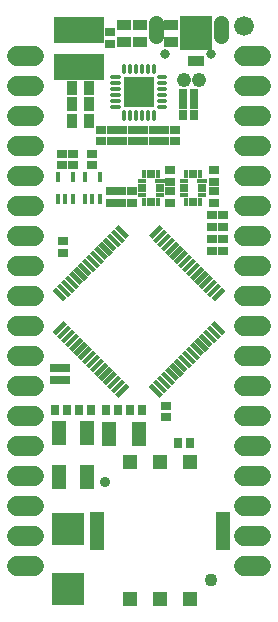
<source format=gbs>
G75*
%MOIN*%
%OFA0B0*%
%FSLAX25Y25*%
%IPPOS*%
%LPD*%
%AMOC8*
5,1,8,0,0,1.08239X$1,22.5*
%
%ADD10R,0.03200X0.02600*%
%ADD11C,0.03162*%
%ADD12C,0.05131*%
%ADD13C,0.06600*%
%ADD14R,0.04737X0.05131*%
%ADD15R,0.04737X0.12611*%
%ADD16C,0.03556*%
%ADD17C,0.04343*%
%ADD18R,0.10643X0.10839*%
%ADD19R,0.01772X0.03543*%
%ADD20R,0.02600X0.03200*%
%ADD21R,0.02953X0.01181*%
%ADD22R,0.01181X0.02953*%
%ADD23R,0.03346X0.01181*%
%ADD24R,0.05131X0.08280*%
%ADD25R,0.01575X0.05118*%
%ADD26C,0.01457*%
%ADD27R,0.10236X0.10236*%
%ADD28R,0.10800X0.11300*%
%ADD29R,0.05800X0.03800*%
%ADD30R,0.16548X0.08674*%
%ADD31R,0.04900X0.03600*%
%ADD32R,0.03600X0.04900*%
%ADD33C,0.04762*%
%ADD34C,0.06600*%
D10*
X0086663Y0069100D03*
X0086663Y0072900D03*
X0053163Y0081600D03*
X0049663Y0081600D03*
X0049663Y0085400D03*
X0053163Y0085400D03*
X0052363Y0123900D03*
X0052363Y0127700D03*
X0068263Y0140600D03*
X0071763Y0140600D03*
X0075263Y0140600D03*
X0075263Y0144400D03*
X0071763Y0144400D03*
X0068263Y0144400D03*
X0062163Y0153100D03*
X0055663Y0153100D03*
X0052163Y0153100D03*
X0052163Y0156900D03*
X0055663Y0156900D03*
X0062163Y0156900D03*
X0065163Y0161100D03*
X0068663Y0161100D03*
X0072163Y0161100D03*
X0075663Y0161100D03*
X0079163Y0161100D03*
X0082663Y0161100D03*
X0086163Y0161100D03*
X0089663Y0161100D03*
X0089663Y0164900D03*
X0086163Y0164900D03*
X0082663Y0164900D03*
X0079163Y0164900D03*
X0075663Y0164900D03*
X0072163Y0164900D03*
X0068663Y0164900D03*
X0065163Y0164900D03*
X0088163Y0151400D03*
X0088163Y0147600D03*
X0088163Y0144400D03*
X0088163Y0140600D03*
X0102663Y0140600D03*
X0102663Y0144400D03*
X0102663Y0147600D03*
X0102663Y0151400D03*
X0102163Y0136400D03*
X0105663Y0136400D03*
X0105663Y0132600D03*
X0102163Y0132600D03*
X0102163Y0128400D03*
X0105663Y0128400D03*
X0105663Y0124600D03*
X0102163Y0124600D03*
X0068163Y0193600D03*
X0068163Y0197400D03*
D11*
X0086486Y0190232D03*
X0101841Y0190232D03*
D12*
X0105089Y0196335D02*
X0105089Y0200665D01*
X0083238Y0200665D02*
X0083238Y0196335D01*
D13*
X0042663Y0019500D02*
X0036863Y0019500D01*
X0036863Y0029500D02*
X0042663Y0029500D01*
X0042663Y0039500D02*
X0036863Y0039500D01*
X0036863Y0049500D02*
X0042663Y0049500D01*
X0042663Y0059500D02*
X0036863Y0059500D01*
X0036863Y0069500D02*
X0042663Y0069500D01*
X0042663Y0079500D02*
X0036863Y0079500D01*
X0036863Y0089500D02*
X0042663Y0089500D01*
X0042663Y0099500D02*
X0036863Y0099500D01*
X0036863Y0109500D02*
X0042663Y0109500D01*
X0042663Y0119500D02*
X0036863Y0119500D01*
X0036863Y0129500D02*
X0042663Y0129500D01*
X0042663Y0139500D02*
X0036863Y0139500D01*
X0036863Y0149500D02*
X0042663Y0149500D01*
X0042663Y0159500D02*
X0036863Y0159500D01*
X0036863Y0169500D02*
X0042663Y0169500D01*
X0042663Y0179500D02*
X0036863Y0179500D01*
X0036863Y0189500D02*
X0042663Y0189500D01*
X0112663Y0189500D02*
X0118463Y0189500D01*
X0118463Y0179500D02*
X0112663Y0179500D01*
X0112663Y0169500D02*
X0118463Y0169500D01*
X0118463Y0159500D02*
X0112663Y0159500D01*
X0112663Y0149500D02*
X0118463Y0149500D01*
X0118463Y0139500D02*
X0112663Y0139500D01*
X0112663Y0129500D02*
X0118463Y0129500D01*
X0118463Y0119500D02*
X0112663Y0119500D01*
X0112663Y0109500D02*
X0118463Y0109500D01*
X0118463Y0099500D02*
X0112663Y0099500D01*
X0112663Y0089500D02*
X0118463Y0089500D01*
X0118463Y0079500D02*
X0112663Y0079500D01*
X0112663Y0069500D02*
X0118463Y0069500D01*
X0118463Y0059500D02*
X0112663Y0059500D01*
X0112663Y0049500D02*
X0118463Y0049500D01*
X0118463Y0039500D02*
X0112663Y0039500D01*
X0112663Y0029500D02*
X0118463Y0029500D01*
X0118463Y0019500D02*
X0112663Y0019500D01*
D14*
X0094663Y0008365D03*
X0084663Y0008365D03*
X0074663Y0008365D03*
X0074663Y0054035D03*
X0084663Y0054035D03*
X0094663Y0054035D03*
D15*
X0105530Y0031200D03*
X0063797Y0031200D03*
D16*
X0066356Y0047539D03*
D17*
X0101789Y0014861D03*
D18*
X0054163Y0011959D03*
X0054163Y0031841D03*
D19*
X0053163Y0141760D03*
X0050604Y0141760D03*
X0055723Y0141760D03*
X0059604Y0141760D03*
X0062163Y0141760D03*
X0064723Y0141760D03*
X0064723Y0149240D03*
X0059604Y0149240D03*
X0055723Y0149240D03*
X0050604Y0149240D03*
D20*
X0092263Y0170000D03*
X0092263Y0173500D03*
X0096063Y0173500D03*
X0096063Y0170000D03*
X0096063Y0177000D03*
X0092263Y0177000D03*
X0078563Y0071500D03*
X0074763Y0071500D03*
X0070563Y0071500D03*
X0066763Y0071500D03*
X0061563Y0071500D03*
X0057763Y0071500D03*
X0053563Y0071500D03*
X0049763Y0071500D03*
X0090763Y0060500D03*
X0094563Y0060500D03*
D21*
X0092593Y0143138D03*
X0092593Y0144713D03*
X0092593Y0146287D03*
X0092593Y0147862D03*
X0098734Y0146287D03*
X0098734Y0144713D03*
X0098734Y0143138D03*
X0084734Y0143138D03*
X0084734Y0144713D03*
X0084734Y0146287D03*
X0078593Y0146287D03*
X0078593Y0144713D03*
X0078593Y0143138D03*
X0078593Y0147862D03*
D22*
X0079301Y0150146D03*
X0080876Y0150146D03*
X0082451Y0150146D03*
X0084026Y0150146D03*
X0093301Y0150146D03*
X0094876Y0150146D03*
X0096451Y0150146D03*
X0098026Y0150146D03*
X0098026Y0140854D03*
X0096451Y0140854D03*
X0094876Y0140854D03*
X0093301Y0140854D03*
X0084026Y0140854D03*
X0082451Y0140854D03*
X0080876Y0140854D03*
X0079301Y0140854D03*
D23*
X0084537Y0147862D03*
X0098537Y0147862D03*
D24*
X0077585Y0063500D03*
X0067742Y0063500D03*
X0060191Y0063783D03*
X0051136Y0063783D03*
X0051136Y0049217D03*
X0060191Y0049217D03*
D25*
G36*
X0070844Y0075688D02*
X0069731Y0076801D01*
X0073348Y0080418D01*
X0074461Y0079305D01*
X0070844Y0075688D01*
G37*
G36*
X0069452Y0077080D02*
X0068339Y0078193D01*
X0071956Y0081810D01*
X0073069Y0080697D01*
X0069452Y0077080D01*
G37*
G36*
X0068060Y0078472D02*
X0066947Y0079585D01*
X0070564Y0083202D01*
X0071677Y0082089D01*
X0068060Y0078472D01*
G37*
G36*
X0066668Y0079864D02*
X0065555Y0080977D01*
X0069172Y0084594D01*
X0070285Y0083481D01*
X0066668Y0079864D01*
G37*
G36*
X0065276Y0081256D02*
X0064163Y0082369D01*
X0067780Y0085986D01*
X0068893Y0084873D01*
X0065276Y0081256D01*
G37*
G36*
X0063884Y0082648D02*
X0062771Y0083761D01*
X0066388Y0087378D01*
X0067501Y0086265D01*
X0063884Y0082648D01*
G37*
G36*
X0062492Y0084040D02*
X0061379Y0085153D01*
X0064996Y0088770D01*
X0066109Y0087657D01*
X0062492Y0084040D01*
G37*
G36*
X0061100Y0085432D02*
X0059987Y0086545D01*
X0063604Y0090162D01*
X0064717Y0089049D01*
X0061100Y0085432D01*
G37*
G36*
X0059708Y0086824D02*
X0058595Y0087937D01*
X0062212Y0091554D01*
X0063325Y0090441D01*
X0059708Y0086824D01*
G37*
G36*
X0058316Y0088216D02*
X0057203Y0089329D01*
X0060820Y0092946D01*
X0061933Y0091833D01*
X0058316Y0088216D01*
G37*
G36*
X0056924Y0089608D02*
X0055811Y0090721D01*
X0059428Y0094338D01*
X0060541Y0093225D01*
X0056924Y0089608D01*
G37*
G36*
X0055532Y0090999D02*
X0054419Y0092112D01*
X0058036Y0095729D01*
X0059149Y0094616D01*
X0055532Y0090999D01*
G37*
G36*
X0054140Y0092391D02*
X0053027Y0093504D01*
X0056644Y0097121D01*
X0057757Y0096008D01*
X0054140Y0092391D01*
G37*
G36*
X0052748Y0093783D02*
X0051635Y0094896D01*
X0055252Y0098513D01*
X0056365Y0097400D01*
X0052748Y0093783D01*
G37*
G36*
X0051357Y0095175D02*
X0050244Y0096288D01*
X0053861Y0099905D01*
X0054974Y0098792D01*
X0051357Y0095175D01*
G37*
G36*
X0049965Y0096567D02*
X0048852Y0097680D01*
X0052469Y0101297D01*
X0053582Y0100184D01*
X0049965Y0096567D01*
G37*
G36*
X0053582Y0108816D02*
X0052469Y0107703D01*
X0048852Y0111320D01*
X0049965Y0112433D01*
X0053582Y0108816D01*
G37*
G36*
X0054974Y0110208D02*
X0053861Y0109095D01*
X0050244Y0112712D01*
X0051357Y0113825D01*
X0054974Y0110208D01*
G37*
G36*
X0056365Y0111600D02*
X0055252Y0110487D01*
X0051635Y0114104D01*
X0052748Y0115217D01*
X0056365Y0111600D01*
G37*
G36*
X0057757Y0112992D02*
X0056644Y0111879D01*
X0053027Y0115496D01*
X0054140Y0116609D01*
X0057757Y0112992D01*
G37*
G36*
X0059149Y0114384D02*
X0058036Y0113271D01*
X0054419Y0116888D01*
X0055532Y0118001D01*
X0059149Y0114384D01*
G37*
G36*
X0060541Y0115775D02*
X0059428Y0114662D01*
X0055811Y0118279D01*
X0056924Y0119392D01*
X0060541Y0115775D01*
G37*
G36*
X0061933Y0117167D02*
X0060820Y0116054D01*
X0057203Y0119671D01*
X0058316Y0120784D01*
X0061933Y0117167D01*
G37*
G36*
X0063325Y0118559D02*
X0062212Y0117446D01*
X0058595Y0121063D01*
X0059708Y0122176D01*
X0063325Y0118559D01*
G37*
G36*
X0064717Y0119951D02*
X0063604Y0118838D01*
X0059987Y0122455D01*
X0061100Y0123568D01*
X0064717Y0119951D01*
G37*
G36*
X0066109Y0121343D02*
X0064996Y0120230D01*
X0061379Y0123847D01*
X0062492Y0124960D01*
X0066109Y0121343D01*
G37*
G36*
X0067501Y0122735D02*
X0066388Y0121622D01*
X0062771Y0125239D01*
X0063884Y0126352D01*
X0067501Y0122735D01*
G37*
G36*
X0068893Y0124127D02*
X0067780Y0123014D01*
X0064163Y0126631D01*
X0065276Y0127744D01*
X0068893Y0124127D01*
G37*
G36*
X0070285Y0125519D02*
X0069172Y0124406D01*
X0065555Y0128023D01*
X0066668Y0129136D01*
X0070285Y0125519D01*
G37*
G36*
X0071677Y0126911D02*
X0070564Y0125798D01*
X0066947Y0129415D01*
X0068060Y0130528D01*
X0071677Y0126911D01*
G37*
G36*
X0073069Y0128303D02*
X0071956Y0127190D01*
X0068339Y0130807D01*
X0069452Y0131920D01*
X0073069Y0128303D01*
G37*
G36*
X0074461Y0129695D02*
X0073348Y0128582D01*
X0069731Y0132199D01*
X0070844Y0133312D01*
X0074461Y0129695D01*
G37*
G36*
X0081979Y0128582D02*
X0080866Y0129695D01*
X0084483Y0133312D01*
X0085596Y0132199D01*
X0081979Y0128582D01*
G37*
G36*
X0083371Y0127190D02*
X0082258Y0128303D01*
X0085875Y0131920D01*
X0086988Y0130807D01*
X0083371Y0127190D01*
G37*
G36*
X0084763Y0125798D02*
X0083650Y0126911D01*
X0087267Y0130528D01*
X0088380Y0129415D01*
X0084763Y0125798D01*
G37*
G36*
X0086155Y0124406D02*
X0085042Y0125519D01*
X0088659Y0129136D01*
X0089772Y0128023D01*
X0086155Y0124406D01*
G37*
G36*
X0087547Y0123014D02*
X0086434Y0124127D01*
X0090051Y0127744D01*
X0091164Y0126631D01*
X0087547Y0123014D01*
G37*
G36*
X0088939Y0121622D02*
X0087826Y0122735D01*
X0091443Y0126352D01*
X0092556Y0125239D01*
X0088939Y0121622D01*
G37*
G36*
X0090331Y0120230D02*
X0089218Y0121343D01*
X0092835Y0124960D01*
X0093948Y0123847D01*
X0090331Y0120230D01*
G37*
G36*
X0091723Y0118838D02*
X0090610Y0119951D01*
X0094227Y0123568D01*
X0095340Y0122455D01*
X0091723Y0118838D01*
G37*
G36*
X0093115Y0117446D02*
X0092002Y0118559D01*
X0095619Y0122176D01*
X0096732Y0121063D01*
X0093115Y0117446D01*
G37*
G36*
X0094507Y0116054D02*
X0093394Y0117167D01*
X0097011Y0120784D01*
X0098124Y0119671D01*
X0094507Y0116054D01*
G37*
G36*
X0095899Y0114662D02*
X0094786Y0115775D01*
X0098403Y0119392D01*
X0099516Y0118279D01*
X0095899Y0114662D01*
G37*
G36*
X0097291Y0113271D02*
X0096178Y0114384D01*
X0099795Y0118001D01*
X0100908Y0116888D01*
X0097291Y0113271D01*
G37*
G36*
X0098683Y0111879D02*
X0097570Y0112992D01*
X0101187Y0116609D01*
X0102300Y0115496D01*
X0098683Y0111879D01*
G37*
G36*
X0100075Y0110487D02*
X0098962Y0111600D01*
X0102579Y0115217D01*
X0103692Y0114104D01*
X0100075Y0110487D01*
G37*
G36*
X0101466Y0109095D02*
X0100353Y0110208D01*
X0103970Y0113825D01*
X0105083Y0112712D01*
X0101466Y0109095D01*
G37*
G36*
X0102858Y0107703D02*
X0101745Y0108816D01*
X0105362Y0112433D01*
X0106475Y0111320D01*
X0102858Y0107703D01*
G37*
G36*
X0106475Y0097680D02*
X0105362Y0096567D01*
X0101745Y0100184D01*
X0102858Y0101297D01*
X0106475Y0097680D01*
G37*
G36*
X0105083Y0096288D02*
X0103970Y0095175D01*
X0100353Y0098792D01*
X0101466Y0099905D01*
X0105083Y0096288D01*
G37*
G36*
X0103692Y0094896D02*
X0102579Y0093783D01*
X0098962Y0097400D01*
X0100075Y0098513D01*
X0103692Y0094896D01*
G37*
G36*
X0102300Y0093504D02*
X0101187Y0092391D01*
X0097570Y0096008D01*
X0098683Y0097121D01*
X0102300Y0093504D01*
G37*
G36*
X0100908Y0092112D02*
X0099795Y0090999D01*
X0096178Y0094616D01*
X0097291Y0095729D01*
X0100908Y0092112D01*
G37*
G36*
X0099516Y0090721D02*
X0098403Y0089608D01*
X0094786Y0093225D01*
X0095899Y0094338D01*
X0099516Y0090721D01*
G37*
G36*
X0098124Y0089329D02*
X0097011Y0088216D01*
X0093394Y0091833D01*
X0094507Y0092946D01*
X0098124Y0089329D01*
G37*
G36*
X0096732Y0087937D02*
X0095619Y0086824D01*
X0092002Y0090441D01*
X0093115Y0091554D01*
X0096732Y0087937D01*
G37*
G36*
X0095340Y0086545D02*
X0094227Y0085432D01*
X0090610Y0089049D01*
X0091723Y0090162D01*
X0095340Y0086545D01*
G37*
G36*
X0093948Y0085153D02*
X0092835Y0084040D01*
X0089218Y0087657D01*
X0090331Y0088770D01*
X0093948Y0085153D01*
G37*
G36*
X0092556Y0083761D02*
X0091443Y0082648D01*
X0087826Y0086265D01*
X0088939Y0087378D01*
X0092556Y0083761D01*
G37*
G36*
X0091164Y0082369D02*
X0090051Y0081256D01*
X0086434Y0084873D01*
X0087547Y0085986D01*
X0091164Y0082369D01*
G37*
G36*
X0089772Y0080977D02*
X0088659Y0079864D01*
X0085042Y0083481D01*
X0086155Y0084594D01*
X0089772Y0080977D01*
G37*
G36*
X0088380Y0079585D02*
X0087267Y0078472D01*
X0083650Y0082089D01*
X0084763Y0083202D01*
X0088380Y0079585D01*
G37*
G36*
X0086988Y0078193D02*
X0085875Y0077080D01*
X0082258Y0080697D01*
X0083371Y0081810D01*
X0086988Y0078193D01*
G37*
G36*
X0085596Y0076801D02*
X0084483Y0075688D01*
X0080866Y0079305D01*
X0081979Y0080418D01*
X0085596Y0076801D01*
G37*
D26*
X0082585Y0168642D02*
X0082585Y0170807D01*
X0080616Y0170807D02*
X0080616Y0168642D01*
X0078648Y0168642D02*
X0078648Y0170807D01*
X0076679Y0170807D02*
X0076679Y0168642D01*
X0074711Y0168642D02*
X0074711Y0170807D01*
X0072742Y0170807D02*
X0072742Y0168642D01*
X0070971Y0172579D02*
X0068805Y0172579D01*
X0068805Y0174547D02*
X0070971Y0174547D01*
X0070971Y0176516D02*
X0068805Y0176516D01*
X0068805Y0178484D02*
X0070971Y0178484D01*
X0070971Y0180453D02*
X0068805Y0180453D01*
X0068805Y0182421D02*
X0070971Y0182421D01*
X0072742Y0184193D02*
X0072742Y0186358D01*
X0074711Y0186358D02*
X0074711Y0184193D01*
X0076679Y0184193D02*
X0076679Y0186358D01*
X0078648Y0186358D02*
X0078648Y0184193D01*
X0080616Y0184193D02*
X0080616Y0186358D01*
X0082585Y0186358D02*
X0082585Y0184193D01*
X0084356Y0182421D02*
X0086522Y0182421D01*
X0086522Y0180453D02*
X0084356Y0180453D01*
X0084356Y0178484D02*
X0086522Y0178484D01*
X0086522Y0176516D02*
X0084356Y0176516D01*
X0084356Y0174547D02*
X0086522Y0174547D01*
X0086522Y0172579D02*
X0084356Y0172579D01*
D27*
X0077663Y0177500D03*
D28*
X0096663Y0197100D03*
D29*
X0096663Y0187850D03*
D30*
X0057663Y0185898D03*
X0057663Y0198102D03*
D31*
X0072663Y0199950D03*
X0078163Y0199950D03*
X0088463Y0199950D03*
X0088463Y0194050D03*
X0078163Y0194050D03*
X0072663Y0194050D03*
D32*
X0061113Y0179000D03*
X0055213Y0179000D03*
X0055213Y0173500D03*
X0061113Y0173500D03*
X0061113Y0168000D03*
X0055213Y0168000D03*
D33*
X0092663Y0181500D03*
X0097663Y0181500D03*
D34*
X0112663Y0199500D03*
M02*

</source>
